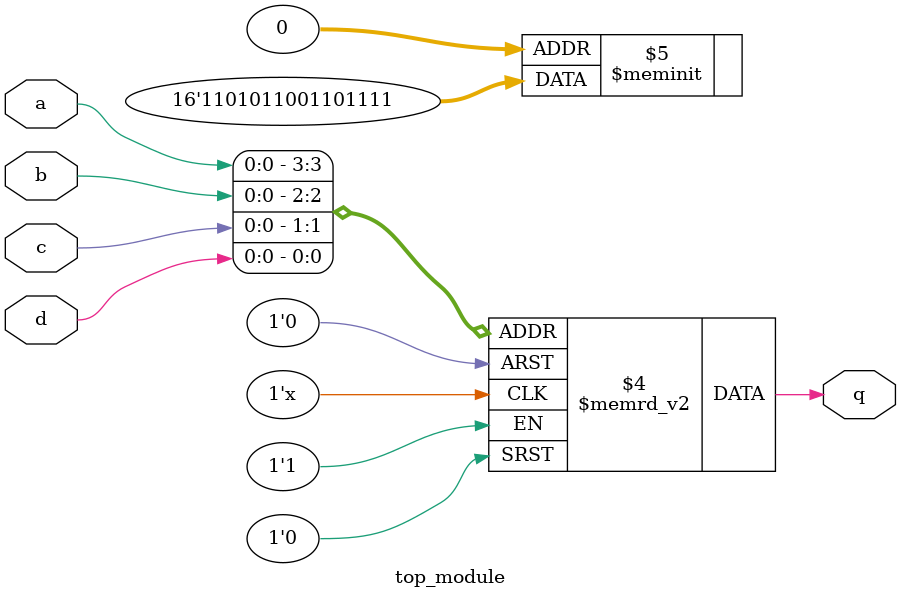
<source format=sv>
module top_module (
    input a, 
    input b, 
    input c, 
    input d,
    output reg q
);

always @* begin
    case ({a, b, c, d})
        4'b0000: q = 1;
        4'b0001: q = 1;
        4'b0010: q = 1;
        4'b0011: q = 1;
        4'b0100: q = 0;
        4'b0101: q = 1;
        4'b0110: q = 1;
        4'b0111: q = 0;
        4'b1000: q = 0;
        4'b1001: q = 1;
        4'b1010: q = 1;
        4'b1011: q = 0;
        4'b1100: q = 1;
        4'b1101: q = 0;
        4'b1110: q = 1;
        4'b1111: q = 1;
    endcase
end

endmodule

</source>
